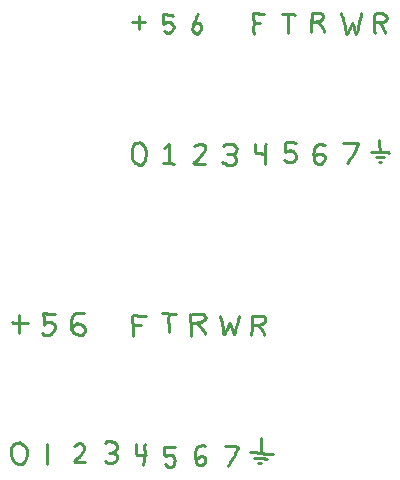
<source format=gto>
G04 Top Silkscreen*
%FSLAX23Y23*%
%MOIN*%
G01*
%ADD10C,0.010*%
%ADD11C,0.015*%
%ADD12C,0.035*%
%ADD13C,0.065*%
%ADD14C,0.150*%
D10*
X2679Y2318D02*
X2685Y2318D01*
X2692Y2319D01*
X2700Y2319D01*
X2705Y2319D01*
X2712Y2319D01*
X2717Y2319D01*
X2724Y2319D01*
X2729Y2319D01*
X2731Y2314D01*
X2728Y2308D01*
X2725Y2303D01*
X2723Y2297D01*
X2719Y2291D01*
X2716Y2285D01*
X2713Y2279D01*
X2710Y2274D01*
X2706Y2268D01*
X2702Y2264D01*
X2699Y2259D01*
X2696Y2255D01*
X2693Y2250D01*
X2773Y2287D02*
X2779Y2287D01*
X2784Y2288D01*
X2790Y2288D01*
X2796Y2288D01*
X2802Y2288D01*
X2807Y2288D01*
X2813Y2288D01*
X2818Y2287D01*
X2823Y2287D01*
X2829Y2287D01*
X2834Y2286D01*
X2789Y2271D02*
X2795Y2271D01*
X2801Y2271D01*
X2806Y2271D01*
X2812Y2271D01*
X2817Y2271D01*
X2800Y2254D02*
X2806Y2254D01*
X2802Y2327D02*
X2802Y2322D01*
X2802Y2316D01*
X2802Y2310D01*
X2802Y2305D01*
X2803Y2300D01*
X2804Y2295D01*
X2804Y2290D01*
X2487Y2317D02*
X2487Y2311D01*
X2486Y2306D01*
X2486Y2299D01*
X2486Y2294D01*
X2486Y2288D01*
X2492Y2292D01*
X2497Y2293D01*
X2503Y2294D01*
X2508Y2293D01*
X2513Y2291D01*
X2517Y2287D01*
X2521Y2283D01*
X2523Y2278D01*
X2524Y2273D01*
X2523Y2268D01*
X2520Y2263D01*
X2517Y2258D01*
X2512Y2256D01*
X2506Y2255D01*
X2500Y2255D01*
X2494Y2256D01*
X2489Y2258D01*
X2484Y2261D01*
X2487Y2318D02*
X2493Y2320D01*
X2498Y2320D01*
X2504Y2321D01*
X2509Y2321D01*
X2515Y2320D01*
X2520Y2319D01*
X2525Y2318D01*
X2084Y1304D02*
X2089Y1304D01*
X2094Y1305D01*
X2101Y1305D01*
X2108Y1305D01*
X2113Y1305D01*
X2119Y1304D01*
X2078Y1750D02*
X2083Y1750D01*
X2089Y1750D01*
X2095Y1750D01*
X2102Y1749D01*
X2107Y1748D01*
X2112Y1748D01*
X2118Y1748D01*
X2123Y1748D01*
X2286Y1307D02*
X2291Y1307D01*
X2297Y1307D01*
X2303Y1307D01*
X2309Y1307D01*
X2315Y1307D01*
X2321Y1307D01*
X2326Y1306D01*
X2331Y1306D01*
X2329Y1300D01*
X2327Y1296D01*
X2324Y1290D01*
X2322Y1285D01*
X2319Y1279D01*
X2317Y1274D01*
X2314Y1269D01*
X2311Y1264D01*
X2308Y1260D01*
X2305Y1255D01*
X2303Y1251D01*
X2299Y1247D01*
X2298Y1242D01*
X1600Y1745D02*
X1599Y1740D01*
X1599Y1734D01*
X1599Y1729D01*
X1599Y1723D01*
X1599Y1717D01*
X1599Y1711D01*
X1599Y1706D01*
X1599Y1700D01*
X1599Y1695D01*
X1599Y1690D01*
X1599Y1684D01*
X1576Y1720D02*
X1582Y1719D01*
X1587Y1719D01*
X1594Y1719D01*
X1600Y1718D01*
X1608Y1718D01*
X1615Y1718D01*
X1623Y1718D01*
X1629Y1718D01*
X1682Y1750D02*
X1682Y1745D01*
X1683Y1739D01*
X1683Y1733D01*
X1684Y1728D01*
X1684Y1723D01*
X1685Y1718D01*
X1685Y1713D01*
X1688Y1717D01*
X1693Y1720D01*
X1700Y1721D01*
X1706Y1721D01*
X1711Y1719D01*
X1716Y1715D01*
X1719Y1710D01*
X1720Y1704D01*
X1720Y1699D01*
X1718Y1694D01*
X1715Y1690D01*
X1711Y1685D01*
X1707Y1682D01*
X1701Y1679D01*
X1696Y1677D01*
X1690Y1677D01*
X1685Y1677D01*
X1680Y1680D01*
X1677Y1684D01*
X1684Y1751D02*
X1689Y1750D01*
X1695Y1748D01*
X1701Y1748D01*
X1706Y1747D01*
X1712Y1747D01*
X1717Y1747D01*
X1722Y1747D01*
X1979Y1744D02*
X1978Y1739D01*
X1978Y1733D01*
X1978Y1727D01*
X1978Y1720D01*
X1979Y1714D01*
X1980Y1709D01*
X1981Y1704D01*
X1981Y1699D01*
X1981Y1693D01*
X1980Y1687D01*
X1980Y1682D01*
X1980Y1676D01*
X1979Y1744D02*
X1984Y1744D01*
X1990Y1744D01*
X1996Y1743D01*
X2002Y1742D01*
X2009Y1742D01*
X2015Y1742D01*
X2020Y1742D01*
X2025Y1742D01*
X1984Y1711D02*
X1990Y1711D01*
X1995Y1711D01*
X2001Y1711D01*
X2006Y1712D01*
X2172Y1748D02*
X2172Y1742D01*
X2172Y1736D01*
X2172Y1730D01*
X2172Y1724D01*
X2173Y1719D01*
X2173Y1714D01*
X2173Y1708D01*
X2173Y1702D01*
X2173Y1696D01*
X2173Y1691D01*
X2174Y1685D01*
X2174Y1680D01*
X2174Y1675D01*
X2178Y1747D02*
X2184Y1748D01*
X2190Y1748D01*
X2197Y1748D01*
X2203Y1748D01*
X2208Y1748D01*
X2214Y1747D01*
X2218Y1745D01*
X2222Y1740D01*
X2223Y1735D01*
X2221Y1731D01*
X2217Y1727D01*
X2211Y1724D01*
X2206Y1723D01*
X2201Y1721D01*
X2196Y1720D01*
X2190Y1719D01*
X2185Y1718D01*
X2180Y1718D01*
X2174Y1718D01*
X2193Y1719D02*
X2197Y1715D01*
X2200Y1711D01*
X2204Y1707D01*
X2208Y1703D01*
X2211Y1698D01*
X2214Y1694D01*
X2217Y1690D01*
X2219Y1685D01*
X2222Y1681D01*
X2377Y1742D02*
X2376Y1737D01*
X2376Y1730D01*
X2376Y1723D01*
X2376Y1717D01*
X2377Y1712D01*
X2377Y1705D01*
X2377Y1699D01*
X2376Y1693D01*
X2375Y1687D01*
X2375Y1682D01*
X2375Y1677D01*
X2377Y1743D02*
X2382Y1743D01*
X2388Y1743D01*
X2393Y1742D01*
X2398Y1742D01*
X2405Y1742D01*
X2410Y1741D01*
X2415Y1741D01*
X2419Y1738D01*
X2421Y1733D01*
X2422Y1728D01*
X2419Y1723D01*
X2415Y1719D01*
X2411Y1716D01*
X2406Y1714D01*
X2400Y1712D01*
X2394Y1711D01*
X2389Y1711D01*
X2384Y1710D01*
X2378Y1710D01*
X2398Y1710D02*
X2402Y1707D01*
X2405Y1702D01*
X2409Y1698D01*
X2411Y1694D01*
X2414Y1689D01*
X2416Y1684D01*
X2417Y1678D01*
X1785Y1309D02*
X1789Y1313D01*
X1794Y1316D01*
X1799Y1318D01*
X1805Y1317D01*
X1809Y1315D01*
X1813Y1311D01*
X1816Y1306D01*
X1817Y1301D01*
X1817Y1295D01*
X1815Y1290D01*
X1812Y1284D01*
X1808Y1280D01*
X1803Y1276D01*
X1799Y1273D01*
X1795Y1269D01*
X1791Y1265D01*
X1788Y1261D01*
X1784Y1257D01*
X1788Y1255D01*
X1794Y1255D01*
X1800Y1256D01*
X1805Y1256D01*
X1811Y1256D01*
X1816Y1256D01*
X1821Y1255D01*
X1695Y1315D02*
X1695Y1308D01*
X1695Y1302D01*
X1695Y1296D01*
X1695Y1289D01*
X1695Y1282D01*
X1695Y1276D01*
X1694Y1270D01*
X1694Y1264D01*
X1693Y1259D01*
X1694Y1254D01*
X1695Y1249D01*
X2100Y1748D02*
X2099Y1743D01*
X2098Y1738D01*
X2098Y1732D01*
X2098Y1726D01*
X2098Y1720D01*
X2099Y1715D01*
X2099Y1709D01*
X2101Y1704D01*
X2101Y1699D01*
X2102Y1693D01*
X2102Y1688D01*
X2102Y2314D02*
X2101Y2309D01*
X2101Y2302D01*
X2101Y2295D01*
X2101Y2289D01*
X2101Y2283D01*
X2101Y2277D01*
X2101Y2271D01*
X2101Y2266D01*
X2101Y2261D01*
X2101Y2255D01*
X2101Y2250D01*
X2080Y2251D02*
X2085Y2251D01*
X2091Y2251D01*
X2097Y2251D01*
X2103Y2250D01*
X2108Y2250D01*
X2113Y2249D01*
X2118Y2248D01*
X2099Y2316D02*
X2096Y2312D01*
X2092Y2308D01*
X2089Y2305D01*
X2085Y2301D01*
X2185Y2307D02*
X2189Y2310D01*
X2193Y2313D01*
X2199Y2315D01*
X2204Y2315D01*
X2209Y2314D01*
X2214Y2313D01*
X2219Y2310D01*
X2221Y2305D01*
X2222Y2300D01*
X2221Y2295D01*
X2217Y2291D01*
X2214Y2286D01*
X2210Y2282D01*
X2207Y2278D01*
X2204Y2274D01*
X2200Y2269D01*
X2197Y2266D01*
X2193Y2262D01*
X2189Y2258D01*
X2185Y2254D01*
X2182Y2250D01*
X2186Y2248D01*
X2192Y2248D01*
X2197Y2248D01*
X2203Y2248D01*
X2208Y2248D01*
X2214Y2248D01*
X2219Y2247D01*
X2386Y2315D02*
X2386Y2310D01*
X2386Y2303D01*
X2386Y2298D01*
X2386Y2292D01*
X2386Y2287D01*
X2390Y2284D01*
X2395Y2284D01*
X2401Y2284D01*
X2406Y2284D01*
X2412Y2283D01*
X2418Y2283D01*
X2423Y2316D02*
X2422Y2310D01*
X2422Y2304D01*
X2422Y2299D01*
X2422Y2293D01*
X2422Y2287D01*
X2421Y2282D01*
X2421Y2275D01*
X2420Y2269D01*
X2420Y2264D01*
X2420Y2258D01*
X2419Y2252D01*
X2419Y2247D01*
X2786Y2749D02*
X2784Y2744D01*
X2784Y2738D01*
X2784Y2731D01*
X2785Y2724D01*
X2785Y2718D01*
X2785Y2713D01*
X2785Y2707D01*
X2785Y2702D01*
X2785Y2697D01*
X2785Y2691D01*
X2786Y2686D01*
X2788Y2748D02*
X2794Y2750D01*
X2799Y2751D01*
X2805Y2751D01*
X2810Y2751D01*
X2815Y2748D01*
X2819Y2745D01*
X2823Y2742D01*
X2826Y2737D01*
X2827Y2732D01*
X2825Y2727D01*
X2820Y2724D01*
X2814Y2722D01*
X2809Y2721D01*
X2803Y2720D01*
X2798Y2720D01*
X2792Y2721D01*
X2787Y2723D01*
X2805Y2718D02*
X2808Y2713D01*
X2811Y2709D01*
X2813Y2704D01*
X2815Y2699D01*
X2817Y2694D01*
X2819Y2689D01*
X2821Y2684D01*
X2478Y2749D02*
X2484Y2748D01*
X2490Y2747D01*
X2497Y2747D01*
X2502Y2747D01*
X2508Y2747D01*
X2513Y2748D01*
X2519Y2746D01*
X2496Y2746D02*
X2497Y2740D01*
X2497Y2735D01*
X2497Y2729D01*
X2497Y2724D01*
X2498Y2719D01*
X2498Y2713D01*
X2497Y2708D01*
X2497Y2703D01*
X2498Y2697D01*
X2498Y2692D01*
X2498Y2686D01*
X2382Y2751D02*
X2382Y2745D01*
X2382Y2739D01*
X2382Y2732D01*
X2383Y2725D01*
X2383Y2719D01*
X2383Y2712D01*
X2382Y2707D01*
X2382Y2702D01*
X2382Y2697D01*
X2382Y2691D01*
X2383Y2686D01*
X2383Y2681D01*
X2383Y2750D02*
X2389Y2750D01*
X2396Y2750D01*
X2402Y2749D01*
X2407Y2749D01*
X2413Y2749D01*
X2418Y2749D01*
X2387Y2718D02*
X2392Y2718D01*
X2398Y2718D01*
X2404Y2718D01*
X2081Y2749D02*
X2081Y2743D01*
X2082Y2737D01*
X2082Y2732D01*
X2082Y2727D01*
X2082Y2721D01*
X2082Y2716D01*
X2087Y2718D01*
X2092Y2721D01*
X2097Y2721D01*
X2103Y2720D01*
X2107Y2718D01*
X2112Y2715D01*
X2115Y2710D01*
X2116Y2704D01*
X2115Y2699D01*
X2112Y2694D01*
X2109Y2691D01*
X2104Y2687D01*
X2099Y2684D01*
X2094Y2684D01*
X2089Y2687D01*
X2085Y2690D01*
X2081Y2749D02*
X2086Y2748D01*
X2092Y2747D01*
X2097Y2745D01*
X2103Y2744D01*
X2109Y2744D01*
X2114Y2743D01*
X2196Y2748D02*
X2193Y2744D01*
X2192Y2738D01*
X2190Y2733D01*
X2187Y2728D01*
X2185Y2722D01*
X2182Y2717D01*
X2181Y2712D01*
X2179Y2706D01*
X2178Y2701D01*
X2178Y2696D01*
X2180Y2691D01*
X2184Y2687D01*
X2188Y2684D01*
X2193Y2683D01*
X2198Y2685D01*
X2202Y2689D01*
X2204Y2693D01*
X2206Y2699D01*
X2207Y2704D01*
X2206Y2710D01*
X2204Y2714D01*
X2200Y2717D01*
X2195Y2718D01*
X2190Y2718D01*
X2185Y2715D01*
X2181Y2712D01*
X1999Y2743D02*
X1999Y2737D01*
X1999Y2731D01*
X2000Y2726D01*
X2000Y2720D01*
X2000Y2715D01*
X2001Y2708D01*
X2001Y2703D01*
X2000Y2698D01*
X1978Y2721D02*
X1983Y2721D01*
X1989Y2722D01*
X1995Y2722D01*
X2000Y2722D01*
X2006Y2722D01*
X2012Y2722D01*
X2017Y2722D01*
X2022Y2722D01*
X2398Y1250D02*
X2403Y1250D01*
X2408Y1250D01*
X2383Y1269D02*
X2389Y1269D01*
X2395Y1269D01*
X2400Y1269D01*
X2405Y1268D01*
X2411Y1268D01*
X2416Y1267D01*
X2421Y1266D01*
X2426Y1266D01*
X2371Y1289D02*
X2376Y1288D01*
X2382Y1288D01*
X2387Y1288D01*
X2392Y1287D01*
X2398Y1286D01*
X2403Y1285D01*
X2408Y1284D01*
X2413Y1284D01*
X2418Y1283D01*
X2424Y1282D01*
X2430Y1282D01*
X2435Y1282D01*
X2440Y1282D01*
X2446Y1282D01*
X2408Y1289D02*
X2408Y1294D01*
X2408Y1301D01*
X2407Y1306D01*
X2407Y1312D01*
X2407Y1318D01*
X2407Y1324D01*
X2408Y1329D01*
X2408Y1334D01*
X2576Y2751D02*
X2576Y2746D01*
X2576Y2741D01*
X2576Y2735D01*
X2575Y2729D01*
X2575Y2724D01*
X2575Y2719D01*
X2575Y2714D01*
X2575Y2708D01*
X2575Y2703D01*
X2574Y2698D01*
X2574Y2693D01*
X2575Y2688D01*
X2580Y2751D02*
X2585Y2752D01*
X2590Y2753D01*
X2595Y2753D01*
X2600Y2753D01*
X2605Y2752D01*
X2610Y2749D01*
X2613Y2745D01*
X2615Y2739D01*
X2614Y2734D01*
X2610Y2730D01*
X2605Y2726D01*
X2599Y2725D01*
X2594Y2724D01*
X2589Y2723D01*
X2583Y2723D01*
X2578Y2724D01*
X2596Y2720D02*
X2601Y2717D01*
X2605Y2713D01*
X2609Y2708D01*
X2611Y2704D01*
X2614Y2699D01*
X2616Y2694D01*
X2617Y2688D01*
X2271Y1743D02*
X2272Y1738D01*
X2273Y1732D01*
X2275Y1727D01*
X2276Y1722D01*
X2277Y1717D01*
X2278Y1711D01*
X2279Y1706D01*
X2279Y1701D01*
X2279Y1696D01*
X2280Y1691D01*
X2281Y1686D01*
X2282Y1681D01*
X2287Y1683D01*
X2288Y1688D01*
X2291Y1693D01*
X2293Y1699D01*
X2296Y1704D01*
X2298Y1709D01*
X2300Y1714D01*
X2302Y1719D01*
X2305Y1715D01*
X2306Y1710D01*
X2308Y1705D01*
X2310Y1700D01*
X2311Y1695D01*
X2313Y1690D01*
X2315Y1685D01*
X2317Y1680D01*
X2319Y1686D01*
X2321Y1691D01*
X2322Y1697D01*
X2323Y1702D01*
X2324Y1707D01*
X2326Y1712D01*
X2327Y1717D01*
X2329Y1723D01*
X2330Y1728D01*
X2332Y1733D01*
X2334Y1738D01*
X2335Y1743D01*
X2219Y1309D02*
X2214Y1310D01*
X2209Y1310D01*
X2204Y1309D01*
X2199Y1307D01*
X2195Y1304D01*
X2192Y1300D01*
X2190Y1295D01*
X2188Y1290D01*
X2187Y1284D01*
X2187Y1279D01*
X2187Y1273D01*
X2188Y1268D01*
X2189Y1263D01*
X2190Y1257D01*
X2192Y1253D01*
X2195Y1249D01*
X2200Y1246D01*
X2205Y1245D01*
X2210Y1245D01*
X2215Y1247D01*
X2219Y1250D01*
X2222Y1255D01*
X2222Y1260D01*
X2222Y1265D01*
X2220Y1270D01*
X2216Y1273D01*
X2211Y1274D01*
X2206Y1274D01*
X2201Y1272D01*
X2196Y1269D01*
X2192Y1266D01*
X2083Y1303D02*
X2083Y1298D01*
X2083Y1292D01*
X2084Y1287D01*
X2084Y1282D01*
X2084Y1277D01*
X2089Y1276D01*
X2095Y1278D01*
X2100Y1279D01*
X2105Y1279D01*
X2110Y1278D01*
X2114Y1275D01*
X2117Y1270D01*
X2118Y1265D01*
X2119Y1260D01*
X2118Y1255D01*
X2117Y1250D01*
X2116Y1245D01*
X2113Y1241D01*
X2108Y1238D01*
X2103Y1238D01*
X2098Y1239D01*
X2093Y1240D01*
X2089Y1244D01*
X2086Y1248D01*
X1990Y1315D02*
X1990Y1310D01*
X1990Y1304D01*
X1990Y1299D01*
X1990Y1294D01*
X1990Y1288D01*
X1990Y1283D01*
X1993Y1279D01*
X1999Y1279D01*
X2004Y1279D01*
X2009Y1279D01*
X2014Y1279D01*
X2019Y1280D01*
X2024Y1279D01*
X2019Y1315D02*
X2018Y1309D01*
X2018Y1303D01*
X2018Y1298D01*
X2019Y1292D01*
X2019Y1287D01*
X2019Y1282D01*
X2018Y1276D01*
X2018Y1271D01*
X2018Y1266D01*
X2018Y1261D01*
X2016Y1256D01*
X2015Y1251D01*
X2015Y1246D01*
X1599Y1318D02*
X1594Y1318D01*
X1589Y1317D01*
X1584Y1315D01*
X1580Y1312D01*
X1576Y1308D01*
X1574Y1303D01*
X1574Y1297D01*
X1574Y1292D01*
X1574Y1287D01*
X1575Y1281D01*
X1575Y1276D01*
X1576Y1271D01*
X1578Y1266D01*
X1580Y1261D01*
X1584Y1257D01*
X1587Y1253D01*
X1591Y1250D01*
X1596Y1248D01*
X1601Y1247D01*
X1607Y1247D01*
X1611Y1249D01*
X1615Y1253D01*
X1619Y1257D01*
X1622Y1261D01*
X1623Y1266D01*
X1625Y1271D01*
X1626Y1276D01*
X1627Y1281D01*
X1627Y1287D01*
X1628Y1292D01*
X1626Y1297D01*
X1624Y1302D01*
X1621Y1306D01*
X1618Y1311D01*
X1614Y1313D01*
X1609Y1316D01*
X1604Y1318D01*
X1599Y1320D01*
X1886Y1319D02*
X1891Y1322D01*
X1895Y1324D01*
X1901Y1324D01*
X1907Y1324D01*
X1912Y1323D01*
X1917Y1321D01*
X1921Y1319D01*
X1924Y1315D01*
X1926Y1310D01*
X1927Y1305D01*
X1926Y1300D01*
X1923Y1296D01*
X1919Y1291D01*
X1915Y1288D01*
X1910Y1285D01*
X1905Y1284D01*
X1900Y1284D01*
X1905Y1285D01*
X1911Y1285D01*
X1916Y1284D01*
X1921Y1283D01*
X1925Y1280D01*
X1927Y1276D01*
X1928Y1270D01*
X1928Y1265D01*
X1925Y1260D01*
X1922Y1256D01*
X1917Y1254D01*
X1912Y1253D01*
X1907Y1252D01*
X1902Y1252D01*
X1897Y1253D01*
X1892Y1255D01*
X1887Y1258D01*
X1816Y1752D02*
X1810Y1752D01*
X1805Y1753D01*
X1800Y1753D01*
X1795Y1752D01*
X1790Y1751D01*
X1785Y1748D01*
X1781Y1744D01*
X1778Y1739D01*
X1776Y1735D01*
X1775Y1729D01*
X1774Y1724D01*
X1774Y1719D01*
X1774Y1713D01*
X1774Y1708D01*
X1774Y1703D01*
X1775Y1698D01*
X1777Y1693D01*
X1781Y1689D01*
X1785Y1685D01*
X1789Y1682D01*
X1794Y1680D01*
X1799Y1678D01*
X1804Y1677D01*
X1809Y1679D01*
X1813Y1681D01*
X1817Y1685D01*
X1819Y1690D01*
X1820Y1695D01*
X1819Y1700D01*
X1818Y1705D01*
X1814Y1709D01*
X1810Y1712D01*
X1805Y1715D01*
X1801Y1716D01*
X1795Y1717D01*
X1790Y1716D01*
X1785Y1713D01*
X1781Y1710D01*
X1779Y1706D01*
X1777Y1701D01*
X2673Y2750D02*
X2675Y2745D01*
X2677Y2741D01*
X2679Y2736D01*
X2680Y2731D01*
X2681Y2726D01*
X2683Y2721D01*
X2685Y2716D01*
X2686Y2711D01*
X2687Y2706D01*
X2687Y2701D01*
X2688Y2696D01*
X2689Y2691D01*
X2691Y2686D01*
X2692Y2681D01*
X2696Y2685D01*
X2698Y2690D01*
X2701Y2694D01*
X2703Y2700D01*
X2705Y2704D01*
X2707Y2709D01*
X2709Y2714D01*
X2710Y2719D01*
X2713Y2715D01*
X2715Y2710D01*
X2716Y2705D01*
X2717Y2700D01*
X2718Y2695D01*
X2719Y2690D01*
X2721Y2685D01*
X2724Y2680D01*
X2725Y2686D01*
X2727Y2690D01*
X2729Y2695D01*
X2731Y2700D01*
X2731Y2706D01*
X2732Y2711D01*
X2733Y2716D01*
X2734Y2721D01*
X2735Y2726D01*
X2737Y2731D01*
X2738Y2736D01*
X2739Y2741D01*
X2740Y2746D01*
X2740Y2751D01*
X1998Y2319D02*
X1993Y2319D01*
X1988Y2319D01*
X1984Y2316D01*
X1981Y2311D01*
X1979Y2306D01*
X1978Y2301D01*
X1977Y2296D01*
X1976Y2291D01*
X1976Y2286D01*
X1976Y2280D01*
X1976Y2275D01*
X1977Y2270D01*
X1978Y2265D01*
X1980Y2260D01*
X1984Y2256D01*
X1988Y2253D01*
X1992Y2250D01*
X1997Y2248D01*
X2002Y2246D01*
X2007Y2246D01*
X2011Y2248D01*
X2015Y2252D01*
X2018Y2256D01*
X2019Y2261D01*
X2021Y2266D01*
X2022Y2271D01*
X2023Y2276D01*
X2023Y2281D01*
X2023Y2287D01*
X2023Y2292D01*
X2022Y2298D01*
X2020Y2302D01*
X2018Y2307D01*
X2014Y2311D01*
X2010Y2314D01*
X2006Y2317D01*
X2002Y2320D01*
X2281Y2309D02*
X2285Y2312D01*
X2291Y2314D01*
X2296Y2315D01*
X2302Y2315D01*
X2307Y2315D01*
X2313Y2314D01*
X2317Y2312D01*
X2322Y2309D01*
X2324Y2304D01*
X2326Y2299D01*
X2325Y2294D01*
X2324Y2289D01*
X2320Y2286D01*
X2315Y2283D01*
X2311Y2281D01*
X2306Y2281D01*
X2300Y2281D01*
X2295Y2283D01*
X2301Y2283D01*
X2306Y2282D01*
X2311Y2282D01*
X2316Y2279D01*
X2320Y2275D01*
X2322Y2271D01*
X2324Y2266D01*
X2324Y2260D01*
X2323Y2255D01*
X2320Y2251D01*
X2317Y2247D01*
X2311Y2245D01*
X2306Y2245D01*
X2301Y2244D01*
X2295Y2246D01*
X2291Y2248D01*
X2286Y2251D01*
X2282Y2253D01*
X2277Y2255D01*
X2619Y2310D02*
X2614Y2313D01*
X2609Y2315D01*
X2604Y2315D01*
X2599Y2315D01*
X2594Y2313D01*
X2589Y2309D01*
X2586Y2305D01*
X2584Y2300D01*
X2583Y2295D01*
X2583Y2289D01*
X2582Y2284D01*
X2582Y2279D01*
X2583Y2274D01*
X2583Y2269D01*
X2583Y2264D01*
X2585Y2259D01*
X2588Y2255D01*
X2592Y2252D01*
X2596Y2249D01*
X2602Y2248D01*
X2607Y2249D01*
X2611Y2252D01*
X2615Y2256D01*
X2617Y2261D01*
X2619Y2266D01*
X2620Y2271D01*
X2619Y2276D01*
X2615Y2279D01*
X2610Y2281D01*
X2605Y2281D01*
X2599Y2281D01*
X2594Y2280D01*
X2589Y2278D01*
X2585Y2275D01*
D11*
D12*
D13*
D14*
M02*

</source>
